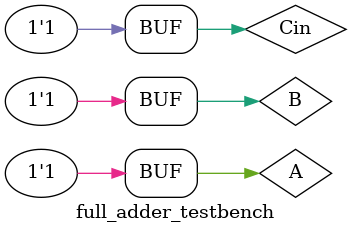
<source format=v>
`include "full_adder.v"
module full_adder_testbench;
	reg A, B, Cin;
	wire S, Cout; 
	full_adder instance0(A, B, Cin, S, Cout);
	initial begin
		A = 0; B = 0; Cin = 0;
		#1 A = 0; B = 0; Cin = 1;
		#1 A = 0; B = 1; Cin = 0;
		#1 A = 0; B = 1; Cin = 1;
        #1 A = 1; B = 0; Cin = 0;
		#1 A = 1; B = 0; Cin = 1;
		#1 A = 1; B = 1; Cin = 0;
		#1 A = 1; B = 1; Cin = 1;
	end
	initial begin
		$monitor("%t | A = %d | B = %d | Cin = %d | S = %d | Cout = %d", $time, A, B, Cin, S, Cout);
		$dumpfile("dump.vcd");
		$dumpvars();
	end
endmodule

</source>
